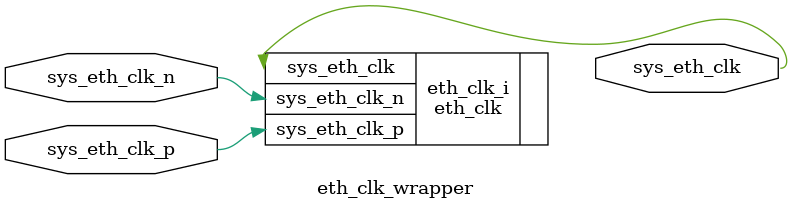
<source format=v>
`timescale 1 ps / 1 ps

module eth_clk_wrapper
   (sys_eth_clk,
    sys_eth_clk_n,
    sys_eth_clk_p);
  output sys_eth_clk;
  input sys_eth_clk_n;
  input sys_eth_clk_p;

  wire sys_eth_clk;
  wire sys_eth_clk_n;
  wire sys_eth_clk_p;

  eth_clk eth_clk_i
       (.sys_eth_clk(sys_eth_clk),
        .sys_eth_clk_n(sys_eth_clk_n),
        .sys_eth_clk_p(sys_eth_clk_p));
endmodule

</source>
